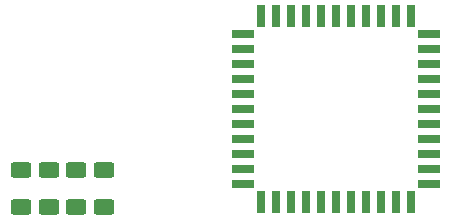
<source format=gbr>
%TF.GenerationSoftware,KiCad,Pcbnew,8.0.9-8.0.9-0~ubuntu24.04.1*%
%TF.CreationDate,2025-04-16T18:13:24-04:00*%
%TF.ProjectId,open_game_module,6f70656e-5f67-4616-9d65-5f6d6f64756c,rev?*%
%TF.SameCoordinates,Original*%
%TF.FileFunction,Paste,Top*%
%TF.FilePolarity,Positive*%
%FSLAX46Y46*%
G04 Gerber Fmt 4.6, Leading zero omitted, Abs format (unit mm)*
G04 Created by KiCad (PCBNEW 8.0.9-8.0.9-0~ubuntu24.04.1) date 2025-04-16 18:13:24*
%MOMM*%
%LPD*%
G01*
G04 APERTURE LIST*
G04 Aperture macros list*
%AMRoundRect*
0 Rectangle with rounded corners*
0 $1 Rounding radius*
0 $2 $3 $4 $5 $6 $7 $8 $9 X,Y pos of 4 corners*
0 Add a 4 corners polygon primitive as box body*
4,1,4,$2,$3,$4,$5,$6,$7,$8,$9,$2,$3,0*
0 Add four circle primitives for the rounded corners*
1,1,$1+$1,$2,$3*
1,1,$1+$1,$4,$5*
1,1,$1+$1,$6,$7*
1,1,$1+$1,$8,$9*
0 Add four rect primitives between the rounded corners*
20,1,$1+$1,$2,$3,$4,$5,0*
20,1,$1+$1,$4,$5,$6,$7,0*
20,1,$1+$1,$6,$7,$8,$9,0*
20,1,$1+$1,$8,$9,$2,$3,0*%
G04 Aperture macros list end*
%ADD10RoundRect,0.250000X0.625000X-0.400000X0.625000X0.400000X-0.625000X0.400000X-0.625000X-0.400000X0*%
%ADD11R,0.700000X1.925000*%
%ADD12R,1.925000X0.700000*%
G04 APERTURE END LIST*
D10*
%TO.C,R2*%
X131666668Y-112050000D03*
X131666668Y-108950000D03*
%TD*%
%TO.C,R1*%
X129333334Y-112050000D03*
X129333334Y-108950000D03*
%TD*%
%TO.C,R3*%
X134000001Y-112050000D03*
X134000001Y-108950000D03*
%TD*%
D11*
%TO.C,U1*%
X156023750Y-95883750D03*
X154753750Y-95883750D03*
X153483750Y-95883750D03*
X152213750Y-95883750D03*
X150943750Y-95883750D03*
X149673750Y-95883750D03*
D12*
X148161250Y-97396250D03*
X148161250Y-98666250D03*
X148161250Y-99936250D03*
X148161250Y-101206250D03*
X148161250Y-102476250D03*
X148161250Y-103746250D03*
X148161250Y-105016250D03*
X148161250Y-106286250D03*
X148161250Y-107556250D03*
X148161250Y-108826250D03*
X148161250Y-110096250D03*
D11*
X149673750Y-111608750D03*
X150943750Y-111608750D03*
X152213750Y-111608750D03*
X153483750Y-111608750D03*
X154753750Y-111608750D03*
X156023750Y-111608750D03*
X157293750Y-111608750D03*
X158563750Y-111608750D03*
X159833750Y-111608750D03*
X161103750Y-111608750D03*
X162373750Y-111608750D03*
D12*
X163886250Y-110096250D03*
X163886250Y-108826250D03*
X163886250Y-107556250D03*
X163886250Y-106286250D03*
X163886250Y-105016250D03*
X163886250Y-103746250D03*
X163886250Y-102476250D03*
X163886250Y-101206250D03*
X163886250Y-99936250D03*
X163886250Y-98666250D03*
X163886250Y-97396250D03*
D11*
X162373750Y-95883750D03*
X161103750Y-95883750D03*
X159833750Y-95883750D03*
X158563750Y-95883750D03*
X157293750Y-95883750D03*
%TD*%
D10*
%TO.C,R4*%
X136333334Y-112050000D03*
X136333334Y-108950000D03*
%TD*%
M02*

</source>
